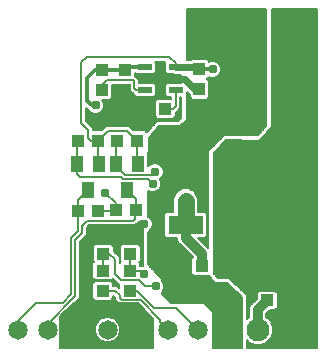
<source format=gtl>
G75*
G70*
%OFA0B0*%
%FSLAX24Y24*%
%IPPOS*%
%LPD*%
%AMOC8*
5,1,8,0,0,1.08239X$1,22.5*
%
%ADD10R,0.0433X0.0394*%
%ADD11R,0.0472X0.0217*%
%ADD12R,0.2638X0.2638*%
%ADD13R,0.1181X0.0630*%
%ADD14C,0.0760*%
%ADD15C,0.0650*%
%ADD16R,0.0394X0.0551*%
%ADD17R,0.0394X0.0433*%
%ADD18C,0.0060*%
%ADD19C,0.0240*%
%ADD20C,0.0310*%
%ADD21C,0.0120*%
%ADD22C,0.0396*%
%ADD23C,0.0320*%
%ADD24C,0.0560*%
%ADD25C,0.0475*%
D10*
X004535Y006380D03*
X004535Y007050D03*
X004555Y007620D03*
X004555Y008290D03*
X005455Y008290D03*
X005455Y007620D03*
X005435Y007050D03*
X005435Y006380D03*
X007841Y007205D03*
X008510Y007205D03*
X010021Y006055D03*
X010690Y006055D03*
X006620Y012445D03*
X005951Y012445D03*
X004508Y013070D03*
X004508Y013739D03*
D11*
X005944Y013829D03*
X005944Y013455D03*
X005944Y013081D03*
X006967Y013081D03*
X006967Y013829D03*
D12*
X009897Y009455D03*
D13*
X007298Y008570D03*
X007298Y010381D03*
D14*
X009575Y013785D03*
X010575Y013785D03*
X010696Y005086D03*
X009696Y005086D03*
D15*
X001695Y005085D03*
X002695Y005085D03*
X003695Y005085D03*
X004695Y005085D03*
X005695Y005085D03*
X006695Y005085D03*
X007695Y005085D03*
D16*
X005345Y009745D03*
X004971Y010611D03*
X004419Y010608D03*
X004045Y009742D03*
X003671Y010608D03*
X005719Y010611D03*
D17*
X005680Y011375D03*
X005011Y011375D03*
X004380Y011375D03*
X003711Y011375D03*
X003721Y009045D03*
X004390Y009045D03*
X004981Y009065D03*
X005650Y009065D03*
X005290Y013070D03*
X005290Y013739D03*
X007755Y013767D03*
X007755Y013098D03*
D18*
X008082Y013091D02*
X009987Y013091D01*
X009987Y013149D02*
X008082Y013149D01*
X008082Y013208D02*
X009987Y013208D01*
X009987Y013267D02*
X008082Y013267D01*
X008082Y013325D02*
X009987Y013325D01*
X009987Y013384D02*
X008066Y013384D01*
X008082Y013368D02*
X008017Y013433D01*
X008079Y013495D01*
X008139Y013470D01*
X008252Y013470D01*
X008357Y013513D01*
X008437Y013594D01*
X008480Y013698D01*
X008480Y013812D01*
X008437Y013916D01*
X008357Y013997D01*
X008252Y014040D01*
X008139Y014040D01*
X008082Y014016D01*
X008082Y014038D01*
X008006Y014114D01*
X007504Y014114D01*
X007469Y014079D01*
X007333Y014079D01*
X007330Y015775D01*
X009991Y015775D01*
X009985Y011875D01*
X009695Y011565D01*
X008585Y011575D01*
X008045Y011035D01*
X008061Y007789D01*
X007726Y008125D01*
X007943Y008125D01*
X008019Y008201D01*
X008019Y008938D01*
X007943Y009014D01*
X007708Y009014D01*
X007708Y009300D01*
X007708Y009464D01*
X007646Y009614D01*
X007528Y009733D01*
X007377Y009795D01*
X007214Y009795D01*
X007063Y009733D01*
X006948Y009617D01*
X006885Y009467D01*
X006885Y009303D01*
X006888Y009296D01*
X006888Y009014D01*
X006654Y009014D01*
X006578Y008938D01*
X006578Y008201D01*
X006654Y008125D01*
X007008Y008125D01*
X007008Y008084D01*
X007053Y007978D01*
X007134Y007896D01*
X007134Y007896D01*
X007534Y007496D01*
X007494Y007456D01*
X007494Y006954D01*
X007570Y006878D01*
X008071Y006878D01*
X008285Y006635D01*
X008685Y006635D01*
X009175Y006165D01*
X009175Y004485D01*
X008195Y004485D01*
X008195Y005685D01*
X007895Y005985D01*
X006795Y005985D01*
X006495Y006285D01*
X006495Y006312D01*
X006547Y006364D01*
X006590Y006468D01*
X006590Y006582D01*
X006547Y006686D01*
X006495Y006738D01*
X006495Y006785D01*
X006045Y007255D01*
X006051Y008343D01*
X006077Y008353D01*
X006157Y008434D01*
X006200Y008538D01*
X006200Y008652D01*
X006157Y008756D01*
X006077Y008837D01*
X006053Y008846D01*
X006057Y009694D01*
X006139Y009660D01*
X006252Y009660D01*
X006357Y009703D01*
X006437Y009784D01*
X006480Y009888D01*
X006480Y010002D01*
X006439Y010100D01*
X006447Y010103D01*
X006527Y010184D01*
X006570Y010288D01*
X006570Y010402D01*
X006527Y010506D01*
X006447Y010587D01*
X006342Y010630D01*
X006229Y010630D01*
X006124Y010587D01*
X006061Y010524D01*
X006065Y011475D01*
X006425Y011855D01*
X007115Y011865D01*
X007335Y012065D01*
X007334Y013003D01*
X007428Y012909D01*
X007428Y012828D01*
X007504Y012752D01*
X008006Y012752D01*
X008082Y012828D01*
X008082Y013368D01*
X008027Y013442D02*
X009988Y013442D01*
X009988Y013501D02*
X008326Y013501D01*
X008403Y013559D02*
X009988Y013559D01*
X009988Y013618D02*
X008447Y013618D01*
X008471Y013676D02*
X009988Y013676D01*
X009988Y013735D02*
X008480Y013735D01*
X008480Y013793D02*
X009988Y013793D01*
X009988Y013852D02*
X008464Y013852D01*
X008439Y013911D02*
X009988Y013911D01*
X009988Y013969D02*
X008384Y013969D01*
X008282Y014028D02*
X009988Y014028D01*
X009988Y014086D02*
X008033Y014086D01*
X008082Y014028D02*
X008109Y014028D01*
X008153Y013767D02*
X007755Y013767D01*
X007755Y013829D01*
X007476Y014086D02*
X007333Y014086D01*
X007333Y014145D02*
X009988Y014145D01*
X009989Y014203D02*
X007333Y014203D01*
X007332Y014262D02*
X009989Y014262D01*
X009989Y014320D02*
X007332Y014320D01*
X007332Y014379D02*
X009989Y014379D01*
X009989Y014437D02*
X007332Y014437D01*
X007332Y014496D02*
X009989Y014496D01*
X009989Y014554D02*
X007332Y014554D01*
X007332Y014613D02*
X009989Y014613D01*
X009989Y014672D02*
X007332Y014672D01*
X007332Y014730D02*
X009989Y014730D01*
X009989Y014789D02*
X007332Y014789D01*
X007332Y014847D02*
X009989Y014847D01*
X009989Y014906D02*
X007332Y014906D01*
X007332Y014964D02*
X009989Y014964D01*
X009990Y015023D02*
X007331Y015023D01*
X007331Y015081D02*
X009990Y015081D01*
X009990Y015140D02*
X007331Y015140D01*
X007331Y015198D02*
X009990Y015198D01*
X009990Y015257D02*
X007331Y015257D01*
X007331Y015316D02*
X009990Y015316D01*
X009990Y015374D02*
X007331Y015374D01*
X007331Y015433D02*
X009990Y015433D01*
X009990Y015491D02*
X007331Y015491D01*
X007331Y015550D02*
X009990Y015550D01*
X009990Y015608D02*
X007331Y015608D01*
X007331Y015667D02*
X009990Y015667D01*
X009991Y015725D02*
X007330Y015725D01*
X006755Y014175D02*
X003995Y014175D01*
X003815Y013995D01*
X003815Y011985D01*
X004055Y011745D01*
X004055Y011475D01*
X004145Y011385D01*
X004370Y011385D01*
X004380Y011375D01*
X004720Y011715D01*
X005340Y011715D01*
X005680Y011375D01*
X005680Y010647D01*
X005719Y010611D01*
X005685Y010574D01*
X006061Y010574D02*
X006111Y010574D01*
X006061Y010632D02*
X008047Y010632D01*
X008048Y010574D02*
X006460Y010574D01*
X006518Y010515D02*
X008048Y010515D01*
X008048Y010456D02*
X006548Y010456D01*
X006570Y010398D02*
X008048Y010398D01*
X008049Y010339D02*
X006570Y010339D01*
X006567Y010281D02*
X008049Y010281D01*
X008049Y010222D02*
X006543Y010222D01*
X006507Y010164D02*
X008050Y010164D01*
X008050Y010105D02*
X006449Y010105D01*
X006462Y010047D02*
X008050Y010047D01*
X008050Y009988D02*
X006480Y009988D01*
X006480Y009930D02*
X008051Y009930D01*
X008051Y009871D02*
X006473Y009871D01*
X006449Y009812D02*
X008051Y009812D01*
X008052Y009754D02*
X007476Y009754D01*
X007565Y009695D02*
X008052Y009695D01*
X008052Y009637D02*
X007623Y009637D01*
X007661Y009578D02*
X008052Y009578D01*
X008053Y009520D02*
X007685Y009520D01*
X007708Y009461D02*
X008053Y009461D01*
X008053Y009403D02*
X007708Y009403D01*
X007708Y009344D02*
X008054Y009344D01*
X008054Y009286D02*
X007708Y009286D01*
X007708Y009227D02*
X008054Y009227D01*
X008054Y009169D02*
X007708Y009169D01*
X007708Y009110D02*
X008055Y009110D01*
X008055Y009051D02*
X007708Y009051D01*
X007964Y008993D02*
X008055Y008993D01*
X008056Y008934D02*
X008019Y008934D01*
X008019Y008876D02*
X008056Y008876D01*
X008056Y008817D02*
X008019Y008817D01*
X008019Y008759D02*
X008056Y008759D01*
X008057Y008700D02*
X008019Y008700D01*
X008019Y008642D02*
X008057Y008642D01*
X008057Y008583D02*
X008019Y008583D01*
X008019Y008525D02*
X008058Y008525D01*
X008058Y008466D02*
X008019Y008466D01*
X008019Y008407D02*
X008058Y008407D01*
X008058Y008349D02*
X008019Y008349D01*
X008019Y008290D02*
X008059Y008290D01*
X008059Y008232D02*
X008019Y008232D01*
X007991Y008173D02*
X008059Y008173D01*
X008059Y008115D02*
X007736Y008115D01*
X007794Y008056D02*
X008060Y008056D01*
X008060Y007998D02*
X007853Y007998D01*
X007911Y007939D02*
X008060Y007939D01*
X008061Y007881D02*
X007970Y007881D01*
X008029Y007822D02*
X008061Y007822D01*
X008235Y007822D02*
X011685Y007822D01*
X011685Y007763D02*
X008235Y007763D01*
X008235Y007705D02*
X011685Y007705D01*
X011685Y007646D02*
X008235Y007646D01*
X008235Y007588D02*
X011685Y007588D01*
X011685Y007529D02*
X008235Y007529D01*
X008235Y007471D02*
X011685Y007471D01*
X011685Y007412D02*
X008235Y007412D01*
X008235Y007354D02*
X011685Y007354D01*
X011685Y007295D02*
X008235Y007295D01*
X008235Y007237D02*
X011685Y007237D01*
X011685Y007178D02*
X008235Y007178D01*
X008235Y007119D02*
X011685Y007119D01*
X011685Y007061D02*
X008235Y007061D01*
X008235Y007002D02*
X011685Y007002D01*
X011685Y006944D02*
X008257Y006944D01*
X008235Y006965D02*
X008235Y010985D01*
X008635Y011395D01*
X009745Y011375D01*
X010175Y011835D01*
X010181Y015775D01*
X011685Y015775D01*
X011685Y004485D01*
X009335Y004485D01*
X009337Y004725D01*
X009408Y004654D01*
X009595Y004576D01*
X009798Y004576D01*
X009985Y004654D01*
X010129Y004797D01*
X010206Y004985D01*
X010206Y005188D01*
X011685Y005188D01*
X011685Y005246D02*
X010182Y005246D01*
X010206Y005188D02*
X010129Y005375D01*
X009986Y005517D01*
X009986Y005611D01*
X010104Y005728D01*
X010291Y005728D01*
X010367Y005804D01*
X010367Y006306D01*
X010291Y006382D01*
X009750Y006382D01*
X009674Y006306D01*
X009674Y006119D01*
X009451Y005895D01*
X009406Y005788D01*
X009406Y005673D01*
X009406Y005517D01*
X009341Y005452D01*
X009345Y006235D01*
X008755Y006815D01*
X008385Y006815D01*
X008235Y006965D01*
X008315Y006885D02*
X011685Y006885D01*
X011685Y006827D02*
X008374Y006827D01*
X008220Y006710D02*
X006524Y006710D01*
X006495Y006768D02*
X008168Y006768D01*
X008117Y006827D02*
X006456Y006827D01*
X006399Y006885D02*
X007563Y006885D01*
X007505Y006944D02*
X006343Y006944D01*
X006287Y007002D02*
X007494Y007002D01*
X007494Y007061D02*
X006231Y007061D01*
X006175Y007119D02*
X007494Y007119D01*
X007494Y007178D02*
X006119Y007178D01*
X006063Y007237D02*
X007494Y007237D01*
X007494Y007295D02*
X006046Y007295D01*
X006046Y007354D02*
X007494Y007354D01*
X007494Y007412D02*
X006046Y007412D01*
X006046Y007471D02*
X007509Y007471D01*
X007501Y007529D02*
X006047Y007529D01*
X006047Y007588D02*
X007443Y007588D01*
X007384Y007646D02*
X006047Y007646D01*
X006048Y007705D02*
X007325Y007705D01*
X007267Y007763D02*
X006048Y007763D01*
X006048Y007822D02*
X007208Y007822D01*
X007150Y007881D02*
X006048Y007881D01*
X006049Y007939D02*
X007091Y007939D01*
X007044Y007998D02*
X006049Y007998D01*
X006049Y008056D02*
X007020Y008056D01*
X007008Y008115D02*
X006049Y008115D01*
X006050Y008173D02*
X006605Y008173D01*
X006578Y008232D02*
X006050Y008232D01*
X006050Y008290D02*
X006578Y008290D01*
X006578Y008349D02*
X006066Y008349D01*
X006131Y008407D02*
X006578Y008407D01*
X006578Y008466D02*
X006170Y008466D01*
X006195Y008525D02*
X006578Y008525D01*
X006578Y008583D02*
X006200Y008583D01*
X006200Y008642D02*
X006578Y008642D01*
X006578Y008700D02*
X006180Y008700D01*
X006155Y008759D02*
X006578Y008759D01*
X006578Y008817D02*
X006096Y008817D01*
X006053Y008876D02*
X006578Y008876D01*
X006578Y008934D02*
X006053Y008934D01*
X006054Y008993D02*
X006632Y008993D01*
X006888Y009051D02*
X006054Y009051D01*
X006054Y009110D02*
X006888Y009110D01*
X006888Y009169D02*
X006054Y009169D01*
X006055Y009227D02*
X006888Y009227D01*
X006888Y009286D02*
X006055Y009286D01*
X006055Y009344D02*
X006885Y009344D01*
X006885Y009403D02*
X006056Y009403D01*
X006056Y009461D02*
X006885Y009461D01*
X006907Y009520D02*
X006056Y009520D01*
X006056Y009578D02*
X006932Y009578D01*
X006967Y009637D02*
X006057Y009637D01*
X006195Y009945D02*
X006035Y010105D01*
X006034Y010110D01*
X006030Y010114D01*
X006025Y010115D01*
X005215Y010115D01*
X005155Y010175D01*
X003765Y010175D01*
X003671Y010269D01*
X003671Y010608D01*
X003671Y011336D01*
X003711Y011375D01*
X004122Y011905D02*
X003975Y012051D01*
X003975Y012486D01*
X004044Y012418D01*
X004054Y012394D01*
X004134Y012313D01*
X004239Y012270D01*
X004352Y012270D01*
X004457Y012313D01*
X004537Y012394D01*
X004580Y012498D01*
X004580Y012612D01*
X004537Y012716D01*
X004510Y012743D01*
X004778Y012743D01*
X004854Y012819D01*
X004854Y013245D01*
X005425Y013245D01*
X005425Y013211D01*
X005425Y013079D01*
X005485Y013019D01*
X005577Y012927D01*
X005577Y012919D01*
X005654Y012843D01*
X006234Y012843D01*
X006310Y012919D01*
X006310Y013243D01*
X006234Y013319D01*
X005745Y013319D01*
X005745Y013421D01*
X005652Y013515D01*
X005616Y013550D01*
X005616Y013628D01*
X005654Y013591D01*
X006234Y013591D01*
X006310Y013667D01*
X006310Y013991D01*
X006286Y014015D01*
X006625Y014015D01*
X006601Y013991D01*
X006601Y013667D01*
X006677Y013591D01*
X006889Y013591D01*
X006918Y013579D01*
X007155Y013579D01*
X007155Y013319D01*
X006677Y013319D01*
X006601Y013243D01*
X006601Y012919D01*
X006677Y012843D01*
X006805Y012843D01*
X006805Y012772D01*
X006350Y012772D01*
X006274Y012696D01*
X006274Y012194D01*
X006350Y012118D01*
X006890Y012118D01*
X006967Y012194D01*
X006967Y012310D01*
X007032Y012375D01*
X007125Y012469D01*
X007125Y012843D01*
X007155Y012843D01*
X007155Y012135D01*
X007055Y012035D01*
X006345Y012035D01*
X005996Y011656D01*
X005931Y011722D01*
X005560Y011722D01*
X005500Y011781D01*
X005406Y011875D01*
X004786Y011875D01*
X004654Y011875D01*
X004500Y011722D01*
X004215Y011722D01*
X004215Y011811D01*
X004122Y011905D01*
X004107Y011920D02*
X006240Y011920D01*
X006294Y011979D02*
X004048Y011979D01*
X003990Y012037D02*
X007058Y012037D01*
X007116Y012096D02*
X003975Y012096D01*
X003975Y012154D02*
X006314Y012154D01*
X006274Y012213D02*
X003975Y012213D01*
X003975Y012271D02*
X004236Y012271D01*
X004355Y012271D02*
X006274Y012271D01*
X006274Y012330D02*
X004473Y012330D01*
X004532Y012388D02*
X006274Y012388D01*
X006274Y012447D02*
X004559Y012447D01*
X004580Y012505D02*
X006274Y012505D01*
X006274Y012564D02*
X004580Y012564D01*
X004576Y012623D02*
X006274Y012623D01*
X006274Y012681D02*
X004552Y012681D01*
X004514Y012740D02*
X006317Y012740D01*
X006248Y012857D02*
X006663Y012857D01*
X006605Y012915D02*
X006306Y012915D01*
X006310Y012974D02*
X006601Y012974D01*
X006601Y013032D02*
X006310Y013032D01*
X006310Y013091D02*
X006601Y013091D01*
X006601Y013149D02*
X006310Y013149D01*
X006310Y013208D02*
X006601Y013208D01*
X006624Y013267D02*
X006286Y013267D01*
X006435Y013425D02*
X006435Y012825D01*
X005951Y012825D01*
X005951Y012445D01*
X005290Y012445D01*
X005290Y013070D01*
X005425Y013091D02*
X004854Y013091D01*
X004854Y013149D02*
X005425Y013149D01*
X005425Y013208D02*
X004854Y013208D01*
X004854Y013032D02*
X005472Y013032D01*
X005530Y012974D02*
X004854Y012974D01*
X004854Y012915D02*
X005581Y012915D01*
X005640Y012857D02*
X004854Y012857D01*
X004834Y012798D02*
X006805Y012798D01*
X006965Y012535D02*
X006965Y013079D01*
X006967Y013081D01*
X007155Y013325D02*
X005745Y013325D01*
X005745Y013384D02*
X007155Y013384D01*
X007155Y013442D02*
X005725Y013442D01*
X005666Y013501D02*
X007155Y013501D01*
X007155Y013559D02*
X005616Y013559D01*
X005616Y013618D02*
X005626Y013618D01*
X005535Y013405D02*
X005585Y013355D01*
X005585Y013145D01*
X005645Y013085D01*
X005940Y013085D01*
X005944Y013081D01*
X005942Y013080D01*
X005944Y013455D02*
X006435Y013455D01*
X006435Y013425D01*
X006261Y013618D02*
X006650Y013618D01*
X006601Y013676D02*
X006310Y013676D01*
X006310Y013735D02*
X006601Y013735D01*
X006601Y013793D02*
X006310Y013793D01*
X006310Y013852D02*
X006601Y013852D01*
X006601Y013911D02*
X006310Y013911D01*
X006310Y013969D02*
X006601Y013969D01*
X006755Y014175D02*
X006967Y013963D01*
X006967Y013829D01*
X007334Y012974D02*
X007363Y012974D01*
X007334Y012915D02*
X007422Y012915D01*
X007428Y012857D02*
X007334Y012857D01*
X007334Y012798D02*
X007457Y012798D01*
X007335Y012740D02*
X009987Y012740D01*
X009987Y012798D02*
X008052Y012798D01*
X008082Y012857D02*
X009987Y012857D01*
X009987Y012915D02*
X008082Y012915D01*
X008082Y012974D02*
X009987Y012974D01*
X009987Y013032D02*
X008082Y013032D01*
X008195Y013755D02*
X008153Y013767D01*
X007335Y012681D02*
X009986Y012681D01*
X009986Y012623D02*
X007335Y012623D01*
X007335Y012564D02*
X009986Y012564D01*
X009986Y012505D02*
X007335Y012505D01*
X007335Y012447D02*
X009986Y012447D01*
X009986Y012388D02*
X007335Y012388D01*
X007335Y012330D02*
X009986Y012330D01*
X009986Y012271D02*
X007335Y012271D01*
X007335Y012213D02*
X009986Y012213D01*
X009986Y012154D02*
X007335Y012154D01*
X007335Y012096D02*
X009986Y012096D01*
X009986Y012037D02*
X007305Y012037D01*
X007240Y011979D02*
X009986Y011979D01*
X009986Y011920D02*
X007176Y011920D01*
X007155Y012154D02*
X006926Y012154D01*
X006967Y012213D02*
X007155Y012213D01*
X007155Y012271D02*
X006967Y012271D01*
X006986Y012330D02*
X007155Y012330D01*
X007155Y012388D02*
X007045Y012388D01*
X007104Y012447D02*
X007155Y012447D01*
X007155Y012505D02*
X007125Y012505D01*
X007125Y012564D02*
X007155Y012564D01*
X007155Y012623D02*
X007125Y012623D01*
X007125Y012681D02*
X007155Y012681D01*
X007155Y012740D02*
X007125Y012740D01*
X007125Y012798D02*
X007155Y012798D01*
X006965Y012535D02*
X006875Y012445D01*
X006620Y012445D01*
X006871Y011861D02*
X009973Y011861D01*
X009918Y011803D02*
X006376Y011803D01*
X006321Y011744D02*
X009863Y011744D01*
X009808Y011686D02*
X006265Y011686D01*
X006210Y011627D02*
X009754Y011627D01*
X009699Y011569D02*
X009280Y011569D01*
X009762Y011393D02*
X011685Y011393D01*
X011685Y011335D02*
X008576Y011335D01*
X008519Y011276D02*
X011685Y011276D01*
X011685Y011218D02*
X008462Y011218D01*
X008405Y011159D02*
X011685Y011159D01*
X011685Y011100D02*
X008348Y011100D01*
X008291Y011042D02*
X011685Y011042D01*
X011685Y010983D02*
X008235Y010983D01*
X008235Y010925D02*
X011685Y010925D01*
X011685Y010866D02*
X008235Y010866D01*
X008235Y010808D02*
X011685Y010808D01*
X011685Y010749D02*
X008235Y010749D01*
X008235Y010691D02*
X011685Y010691D01*
X011685Y010632D02*
X008235Y010632D01*
X008235Y010574D02*
X011685Y010574D01*
X011685Y010515D02*
X008235Y010515D01*
X008235Y010456D02*
X011685Y010456D01*
X011685Y010398D02*
X008235Y010398D01*
X008235Y010339D02*
X011685Y010339D01*
X011685Y010281D02*
X008235Y010281D01*
X008235Y010222D02*
X011685Y010222D01*
X011685Y010164D02*
X008235Y010164D01*
X008235Y010105D02*
X011685Y010105D01*
X011685Y010047D02*
X008235Y010047D01*
X008235Y009988D02*
X011685Y009988D01*
X011685Y009930D02*
X008235Y009930D01*
X008235Y009871D02*
X011685Y009871D01*
X011685Y009812D02*
X008235Y009812D01*
X008235Y009754D02*
X011685Y009754D01*
X011685Y009695D02*
X008235Y009695D01*
X008235Y009637D02*
X011685Y009637D01*
X011685Y009578D02*
X008235Y009578D01*
X008235Y009520D02*
X011685Y009520D01*
X011685Y009461D02*
X008235Y009461D01*
X008235Y009403D02*
X011685Y009403D01*
X011685Y009344D02*
X008235Y009344D01*
X008235Y009286D02*
X011685Y009286D01*
X011685Y009227D02*
X008235Y009227D01*
X008235Y009169D02*
X011685Y009169D01*
X011685Y009110D02*
X008235Y009110D01*
X008235Y009051D02*
X011685Y009051D01*
X011685Y008993D02*
X008235Y008993D01*
X008235Y008934D02*
X011685Y008934D01*
X011685Y008876D02*
X008235Y008876D01*
X008235Y008817D02*
X011685Y008817D01*
X011685Y008759D02*
X008235Y008759D01*
X008235Y008700D02*
X011685Y008700D01*
X011685Y008642D02*
X008235Y008642D01*
X008235Y008583D02*
X011685Y008583D01*
X011685Y008525D02*
X008235Y008525D01*
X008235Y008466D02*
X011685Y008466D01*
X011685Y008407D02*
X008235Y008407D01*
X008235Y008349D02*
X011685Y008349D01*
X011685Y008290D02*
X008235Y008290D01*
X008235Y008232D02*
X011685Y008232D01*
X011685Y008173D02*
X008235Y008173D01*
X008235Y008115D02*
X011685Y008115D01*
X011685Y008056D02*
X008235Y008056D01*
X008235Y007998D02*
X011685Y007998D01*
X011685Y007939D02*
X008235Y007939D01*
X008235Y007881D02*
X011685Y007881D01*
X011685Y006768D02*
X008803Y006768D01*
X008863Y006710D02*
X011685Y006710D01*
X011685Y006651D02*
X008922Y006651D01*
X008982Y006593D02*
X011685Y006593D01*
X011685Y006534D02*
X009041Y006534D01*
X009101Y006476D02*
X011685Y006476D01*
X011685Y006417D02*
X009160Y006417D01*
X009220Y006358D02*
X009727Y006358D01*
X009674Y006300D02*
X009279Y006300D01*
X009339Y006241D02*
X009674Y006241D01*
X009674Y006183D02*
X009345Y006183D01*
X009345Y006124D02*
X009674Y006124D01*
X009621Y006066D02*
X009344Y006066D01*
X009344Y006007D02*
X009563Y006007D01*
X009504Y005949D02*
X009344Y005949D01*
X009343Y005890D02*
X009449Y005890D01*
X009424Y005832D02*
X009343Y005832D01*
X009343Y005773D02*
X009406Y005773D01*
X009406Y005714D02*
X009342Y005714D01*
X009342Y005656D02*
X009406Y005656D01*
X009406Y005597D02*
X009342Y005597D01*
X009341Y005539D02*
X009406Y005539D01*
X009369Y005480D02*
X009341Y005480D01*
X009175Y005480D02*
X008195Y005480D01*
X008195Y005422D02*
X009175Y005422D01*
X009175Y005363D02*
X008195Y005363D01*
X008195Y005305D02*
X009175Y005305D01*
X009175Y005246D02*
X008195Y005246D01*
X008195Y005188D02*
X009175Y005188D01*
X009175Y005129D02*
X008195Y005129D01*
X008195Y005070D02*
X009175Y005070D01*
X009175Y005012D02*
X008195Y005012D01*
X008195Y004953D02*
X009175Y004953D01*
X009175Y004895D02*
X008195Y004895D01*
X008195Y004836D02*
X009175Y004836D01*
X009175Y004778D02*
X008195Y004778D01*
X008195Y004719D02*
X009175Y004719D01*
X009175Y004661D02*
X008195Y004661D01*
X008195Y004602D02*
X009175Y004602D01*
X009175Y004544D02*
X008195Y004544D01*
X008195Y004485D02*
X009175Y004485D01*
X009335Y004485D02*
X011685Y004485D01*
X011685Y004544D02*
X009336Y004544D01*
X009336Y004602D02*
X009532Y004602D01*
X009401Y004661D02*
X009336Y004661D01*
X009337Y004719D02*
X009342Y004719D01*
X009175Y005539D02*
X008195Y005539D01*
X008195Y005597D02*
X009175Y005597D01*
X009175Y005656D02*
X008195Y005656D01*
X008166Y005714D02*
X009175Y005714D01*
X009175Y005773D02*
X008107Y005773D01*
X008049Y005832D02*
X009175Y005832D01*
X009175Y005890D02*
X007990Y005890D01*
X007932Y005949D02*
X009175Y005949D01*
X009175Y006007D02*
X006773Y006007D01*
X006715Y006066D02*
X009175Y006066D01*
X009175Y006124D02*
X006656Y006124D01*
X006598Y006183D02*
X009157Y006183D01*
X009096Y006241D02*
X006539Y006241D01*
X006495Y006300D02*
X009035Y006300D01*
X008974Y006358D02*
X006542Y006358D01*
X006569Y006417D02*
X008913Y006417D01*
X008852Y006476D02*
X006590Y006476D01*
X006590Y006534D02*
X008791Y006534D01*
X008730Y006593D02*
X006586Y006593D01*
X006562Y006651D02*
X008271Y006651D01*
X006975Y005805D02*
X007695Y005085D01*
X006975Y005805D02*
X006245Y005805D01*
X005670Y006380D01*
X005435Y006380D01*
X005165Y006075D02*
X005795Y006075D01*
X006455Y005415D01*
X006455Y005325D01*
X006695Y005085D01*
X006215Y005070D02*
X005110Y005070D01*
X005110Y005012D02*
X006215Y005012D01*
X006215Y004953D02*
X005090Y004953D01*
X005110Y005002D02*
X005047Y004850D01*
X004930Y004733D01*
X004778Y004670D01*
X004613Y004670D01*
X004460Y004733D01*
X004344Y004850D01*
X004281Y005002D01*
X004281Y005168D01*
X004344Y005320D01*
X004460Y005437D01*
X004613Y005500D01*
X004778Y005500D01*
X004930Y005437D01*
X005047Y005320D01*
X005110Y005168D01*
X005110Y005002D01*
X005066Y004895D02*
X006215Y004895D01*
X006215Y004836D02*
X005033Y004836D01*
X004975Y004778D02*
X006215Y004778D01*
X006215Y004719D02*
X004896Y004719D01*
X005110Y005129D02*
X006215Y005129D01*
X006215Y005188D02*
X005102Y005188D01*
X005078Y005246D02*
X006215Y005246D01*
X006215Y005305D02*
X005053Y005305D01*
X005004Y005363D02*
X006215Y005363D01*
X006215Y005422D02*
X004945Y005422D01*
X004825Y005480D02*
X006180Y005480D01*
X006215Y005445D02*
X005705Y005955D01*
X005116Y005955D01*
X005086Y005985D01*
X003565Y005985D01*
X003125Y005545D01*
X003125Y004485D01*
X006215Y004485D01*
X003125Y004485D01*
X003125Y004544D02*
X006215Y004544D01*
X006215Y004602D02*
X003125Y004602D01*
X003125Y004661D02*
X006215Y004661D01*
X006215Y004485D02*
X006215Y005445D01*
X006122Y005539D02*
X003125Y005539D01*
X003125Y005480D02*
X004566Y005480D01*
X004446Y005422D02*
X003125Y005422D01*
X003125Y005363D02*
X004387Y005363D01*
X004337Y005305D02*
X003125Y005305D01*
X003125Y005246D02*
X004313Y005246D01*
X004289Y005188D02*
X003125Y005188D01*
X003125Y005129D02*
X004281Y005129D01*
X004281Y005070D02*
X003125Y005070D01*
X003125Y005012D02*
X004281Y005012D01*
X004301Y004953D02*
X003125Y004953D01*
X003125Y004895D02*
X004325Y004895D01*
X004358Y004836D02*
X003125Y004836D01*
X003125Y004778D02*
X004416Y004778D01*
X004495Y004719D02*
X003125Y004719D01*
X003177Y005597D02*
X006063Y005597D01*
X006005Y005656D02*
X003236Y005656D01*
X003294Y005714D02*
X005946Y005714D01*
X005887Y005773D02*
X003353Y005773D01*
X003412Y005832D02*
X005829Y005832D01*
X005779Y005865D02*
X005729Y005915D01*
X005099Y005915D01*
X005005Y006009D01*
X004945Y006069D01*
X004945Y006159D01*
X004884Y006220D01*
X004882Y006220D01*
X004882Y006130D01*
X004806Y006054D01*
X004265Y006054D01*
X004189Y006130D01*
X004189Y006631D01*
X004265Y006707D01*
X004806Y006707D01*
X004882Y006631D01*
X004882Y006540D01*
X004884Y006540D01*
X005016Y006540D01*
X005089Y006468D01*
X005089Y006575D01*
X005079Y006575D01*
X004985Y006669D01*
X004869Y006786D01*
X004806Y006723D01*
X004265Y006723D01*
X004189Y006799D01*
X004189Y007300D01*
X004234Y007345D01*
X004209Y007370D01*
X004209Y007871D01*
X004285Y007947D01*
X004826Y007947D01*
X004902Y007871D01*
X004902Y007705D01*
X005109Y007705D01*
X005109Y007763D02*
X004902Y007763D01*
X004902Y007705D02*
X005012Y007595D01*
X005012Y007595D01*
X005105Y007501D01*
X005105Y007317D01*
X005134Y007345D01*
X005109Y007370D01*
X005109Y007871D01*
X005185Y007947D01*
X005726Y007947D01*
X005802Y007871D01*
X005802Y007370D01*
X005757Y007325D01*
X005782Y007300D01*
X005782Y007210D01*
X005814Y007210D01*
X005839Y007220D01*
X005878Y007220D01*
X005880Y008719D01*
X005775Y008719D01*
X005775Y008709D01*
X005715Y008649D01*
X005622Y008555D01*
X004092Y008555D01*
X004005Y008469D01*
X004005Y008361D01*
X004005Y008229D01*
X003765Y007989D01*
X003765Y006261D01*
X003765Y006129D01*
X003545Y005909D01*
X003545Y005865D01*
X005779Y005865D01*
X005770Y005890D02*
X003470Y005890D01*
X003545Y005890D02*
X005754Y005890D01*
X005712Y005949D02*
X003529Y005949D01*
X003585Y005949D02*
X005066Y005949D01*
X005007Y006007D02*
X003644Y006007D01*
X003702Y006066D02*
X004253Y006066D01*
X004194Y006124D02*
X003761Y006124D01*
X003765Y006183D02*
X004189Y006183D01*
X004189Y006241D02*
X003765Y006241D01*
X003765Y006300D02*
X004189Y006300D01*
X004189Y006358D02*
X003765Y006358D01*
X003765Y006417D02*
X004189Y006417D01*
X004189Y006476D02*
X003765Y006476D01*
X003765Y006534D02*
X004189Y006534D01*
X004189Y006593D02*
X003765Y006593D01*
X003765Y006651D02*
X004209Y006651D01*
X004220Y006768D02*
X003765Y006768D01*
X003765Y006710D02*
X004944Y006710D01*
X004886Y006768D02*
X004851Y006768D01*
X004862Y006651D02*
X005003Y006651D01*
X005062Y006593D02*
X004882Y006593D01*
X005023Y006534D02*
X005089Y006534D01*
X005081Y006476D02*
X005089Y006476D01*
X004950Y006380D02*
X005105Y006225D01*
X005105Y006135D01*
X005165Y006075D01*
X004948Y006066D02*
X004818Y006066D01*
X004876Y006124D02*
X004945Y006124D01*
X004921Y006183D02*
X004882Y006183D01*
X004950Y006380D02*
X004535Y006380D01*
X004189Y006827D02*
X003765Y006827D01*
X003765Y006885D02*
X004189Y006885D01*
X004189Y006944D02*
X003765Y006944D01*
X003765Y007002D02*
X004189Y007002D01*
X004189Y007061D02*
X003765Y007061D01*
X003765Y007119D02*
X004189Y007119D01*
X004189Y007178D02*
X003765Y007178D01*
X003765Y007237D02*
X004189Y007237D01*
X004189Y007295D02*
X003765Y007295D01*
X003765Y007354D02*
X004225Y007354D01*
X004209Y007412D02*
X003765Y007412D01*
X003765Y007471D02*
X004209Y007471D01*
X004209Y007529D02*
X003765Y007529D01*
X003765Y007588D02*
X004209Y007588D01*
X004209Y007646D02*
X003765Y007646D01*
X003765Y007705D02*
X004209Y007705D01*
X004209Y007763D02*
X003765Y007763D01*
X003765Y007822D02*
X004209Y007822D01*
X004218Y007881D02*
X003765Y007881D01*
X003765Y007939D02*
X004277Y007939D01*
X004005Y008232D02*
X005880Y008232D01*
X005880Y008290D02*
X004005Y008290D01*
X004005Y008349D02*
X005880Y008349D01*
X005880Y008407D02*
X004005Y008407D01*
X004005Y008466D02*
X005880Y008466D01*
X005880Y008525D02*
X004061Y008525D01*
X004025Y008715D02*
X003845Y008535D01*
X003845Y008295D01*
X003605Y008055D01*
X003605Y006195D01*
X002695Y005285D01*
X002695Y005085D01*
X002305Y005985D02*
X002285Y005985D01*
X002305Y005985D02*
X001695Y005375D01*
X001695Y005085D01*
X002305Y005985D02*
X003215Y005985D01*
X003485Y006255D01*
X003485Y008134D01*
X003721Y008370D01*
X003721Y009045D01*
X003721Y009417D01*
X004045Y009742D01*
X004419Y010371D02*
X004419Y010608D01*
X004385Y010642D01*
X004385Y011205D01*
X004380Y011210D01*
X004380Y011375D01*
X004523Y011744D02*
X004215Y011744D01*
X004215Y011803D02*
X004582Y011803D01*
X004640Y011861D02*
X004165Y011861D01*
X004118Y012330D02*
X003975Y012330D01*
X003975Y012388D02*
X004059Y012388D01*
X004015Y012447D02*
X003975Y012447D01*
X004508Y013070D02*
X004508Y013238D01*
X004675Y013405D01*
X005535Y013405D01*
X005290Y013739D02*
X005289Y013739D01*
X005940Y013825D02*
X005944Y013829D01*
X006186Y011861D02*
X005420Y011861D01*
X005478Y011803D02*
X006132Y011803D01*
X006078Y011744D02*
X005537Y011744D01*
X005966Y011686D02*
X006024Y011686D01*
X006154Y011569D02*
X008579Y011569D01*
X008521Y011510D02*
X006099Y011510D01*
X006065Y011452D02*
X008462Y011452D01*
X008404Y011393D02*
X006065Y011393D01*
X006065Y011335D02*
X008345Y011335D01*
X008286Y011276D02*
X006064Y011276D01*
X006064Y011218D02*
X008228Y011218D01*
X008169Y011159D02*
X006064Y011159D01*
X006064Y011100D02*
X008111Y011100D01*
X008052Y011042D02*
X006063Y011042D01*
X006063Y010983D02*
X008046Y010983D01*
X008046Y010925D02*
X006063Y010925D01*
X006063Y010866D02*
X008046Y010866D01*
X008046Y010808D02*
X006062Y010808D01*
X006062Y010749D02*
X008047Y010749D01*
X008047Y010691D02*
X006062Y010691D01*
X006285Y010345D02*
X006175Y010235D01*
X005265Y010235D01*
X005145Y010355D01*
X004971Y010611D01*
X004971Y011336D01*
X005011Y011375D01*
X005345Y009745D02*
X005650Y009440D01*
X005650Y009065D01*
X005615Y009030D01*
X005615Y008775D01*
X005555Y008715D01*
X004025Y008715D01*
X003950Y008173D02*
X005879Y008173D01*
X005879Y008115D02*
X003891Y008115D01*
X003833Y008056D02*
X005879Y008056D01*
X005879Y007998D02*
X003774Y007998D01*
X004390Y009045D02*
X004961Y009045D01*
X004981Y009065D01*
X004981Y009290D01*
X004625Y009645D01*
X004555Y008290D02*
X005455Y008290D01*
X005650Y008583D02*
X005880Y008583D01*
X005915Y008595D02*
X005765Y008595D01*
X005708Y008642D02*
X005880Y008642D01*
X005880Y008700D02*
X005767Y008700D01*
X005734Y007939D02*
X005879Y007939D01*
X005879Y007881D02*
X005792Y007881D01*
X005802Y007822D02*
X005879Y007822D01*
X005879Y007763D02*
X005802Y007763D01*
X005802Y007705D02*
X005879Y007705D01*
X005879Y007646D02*
X005802Y007646D01*
X005802Y007588D02*
X005878Y007588D01*
X005878Y007529D02*
X005802Y007529D01*
X005802Y007471D02*
X005878Y007471D01*
X005878Y007412D02*
X005802Y007412D01*
X005786Y007354D02*
X005878Y007354D01*
X005878Y007295D02*
X005782Y007295D01*
X005782Y007237D02*
X005878Y007237D01*
X005781Y007050D02*
X005895Y006935D01*
X005781Y007050D02*
X005435Y007050D01*
X005435Y007600D01*
X005455Y007620D01*
X005177Y007939D02*
X004834Y007939D01*
X004892Y007881D02*
X005118Y007881D01*
X005109Y007822D02*
X004902Y007822D01*
X004960Y007646D02*
X005109Y007646D01*
X005109Y007588D02*
X005019Y007588D01*
X005077Y007529D02*
X005109Y007529D01*
X005105Y007471D02*
X005109Y007471D01*
X005105Y007412D02*
X005109Y007412D01*
X005105Y007354D02*
X005125Y007354D01*
X004945Y007435D02*
X004945Y006935D01*
X005145Y006735D01*
X005735Y006735D01*
X005945Y006525D01*
X006305Y006525D01*
X004945Y007435D02*
X004760Y007620D01*
X004555Y007620D01*
X004535Y007600D01*
X004535Y007050D01*
X006337Y009695D02*
X007026Y009695D01*
X007115Y009754D02*
X006407Y009754D01*
X008634Y011393D02*
X008740Y011393D01*
X009817Y011452D02*
X011685Y011452D01*
X011685Y011510D02*
X009872Y011510D01*
X009927Y011569D02*
X011685Y011569D01*
X011685Y011627D02*
X009981Y011627D01*
X010036Y011686D02*
X011685Y011686D01*
X011685Y011744D02*
X010091Y011744D01*
X010145Y011803D02*
X011685Y011803D01*
X011685Y011861D02*
X010175Y011861D01*
X010176Y011920D02*
X011685Y011920D01*
X011685Y011979D02*
X010176Y011979D01*
X010176Y012037D02*
X011685Y012037D01*
X011685Y012096D02*
X010176Y012096D01*
X010176Y012154D02*
X011685Y012154D01*
X011685Y012213D02*
X010176Y012213D01*
X010176Y012271D02*
X011685Y012271D01*
X011685Y012330D02*
X010176Y012330D01*
X010176Y012388D02*
X011685Y012388D01*
X011685Y012447D02*
X010176Y012447D01*
X010176Y012505D02*
X011685Y012505D01*
X011685Y012564D02*
X010176Y012564D01*
X010176Y012623D02*
X011685Y012623D01*
X011685Y012681D02*
X010176Y012681D01*
X010177Y012740D02*
X011685Y012740D01*
X011685Y012798D02*
X010177Y012798D01*
X010177Y012857D02*
X011685Y012857D01*
X011685Y012915D02*
X010177Y012915D01*
X010177Y012974D02*
X011685Y012974D01*
X011685Y013032D02*
X010177Y013032D01*
X010177Y013091D02*
X011685Y013091D01*
X011685Y013149D02*
X010177Y013149D01*
X010177Y013208D02*
X011685Y013208D01*
X011685Y013267D02*
X010177Y013267D01*
X010177Y013325D02*
X011685Y013325D01*
X011685Y013384D02*
X010177Y013384D01*
X010178Y013442D02*
X011685Y013442D01*
X011685Y013501D02*
X010178Y013501D01*
X010178Y013559D02*
X011685Y013559D01*
X011685Y013618D02*
X010178Y013618D01*
X010178Y013676D02*
X011685Y013676D01*
X011685Y013735D02*
X010178Y013735D01*
X010178Y013793D02*
X011685Y013793D01*
X011685Y013852D02*
X010178Y013852D01*
X010178Y013911D02*
X011685Y013911D01*
X011685Y013969D02*
X010178Y013969D01*
X010178Y014028D02*
X011685Y014028D01*
X011685Y014086D02*
X010178Y014086D01*
X010178Y014145D02*
X011685Y014145D01*
X011685Y014203D02*
X010179Y014203D01*
X010179Y014262D02*
X011685Y014262D01*
X011685Y014320D02*
X010179Y014320D01*
X010179Y014379D02*
X011685Y014379D01*
X011685Y014437D02*
X010179Y014437D01*
X010179Y014496D02*
X011685Y014496D01*
X011685Y014554D02*
X010179Y014554D01*
X010179Y014613D02*
X011685Y014613D01*
X011685Y014672D02*
X010179Y014672D01*
X010179Y014730D02*
X011685Y014730D01*
X011685Y014789D02*
X010179Y014789D01*
X010179Y014847D02*
X011685Y014847D01*
X011685Y014906D02*
X010179Y014906D01*
X010179Y014964D02*
X011685Y014964D01*
X011685Y015023D02*
X010180Y015023D01*
X010180Y015081D02*
X011685Y015081D01*
X011685Y015140D02*
X010180Y015140D01*
X010180Y015198D02*
X011685Y015198D01*
X011685Y015257D02*
X010180Y015257D01*
X010180Y015316D02*
X011685Y015316D01*
X011685Y015374D02*
X010180Y015374D01*
X010180Y015433D02*
X011685Y015433D01*
X011685Y015491D02*
X010180Y015491D01*
X010180Y015550D02*
X011685Y015550D01*
X011685Y015608D02*
X010180Y015608D01*
X010180Y015667D02*
X011685Y015667D01*
X011685Y015725D02*
X010180Y015725D01*
X010315Y006358D02*
X011685Y006358D01*
X011685Y006300D02*
X010367Y006300D01*
X010367Y006241D02*
X011685Y006241D01*
X011685Y006183D02*
X010367Y006183D01*
X010367Y006124D02*
X011685Y006124D01*
X011685Y006066D02*
X010367Y006066D01*
X010367Y006007D02*
X011685Y006007D01*
X011685Y005949D02*
X010367Y005949D01*
X010367Y005890D02*
X011685Y005890D01*
X011685Y005832D02*
X010367Y005832D01*
X010336Y005773D02*
X011685Y005773D01*
X011685Y005714D02*
X010090Y005714D01*
X010032Y005656D02*
X011685Y005656D01*
X011685Y005597D02*
X009986Y005597D01*
X009986Y005539D02*
X011685Y005539D01*
X011685Y005480D02*
X010023Y005480D01*
X010082Y005422D02*
X011685Y005422D01*
X011685Y005363D02*
X010134Y005363D01*
X010158Y005305D02*
X011685Y005305D01*
X011685Y005129D02*
X010206Y005129D01*
X010206Y005070D02*
X011685Y005070D01*
X011685Y005012D02*
X010206Y005012D01*
X010193Y004953D02*
X011685Y004953D01*
X011685Y004895D02*
X010169Y004895D01*
X010145Y004836D02*
X011685Y004836D01*
X011685Y004778D02*
X010109Y004778D01*
X010051Y004719D02*
X011685Y004719D01*
X011685Y004661D02*
X009992Y004661D01*
X009861Y004602D02*
X011685Y004602D01*
D19*
X007755Y013098D02*
X007592Y013098D01*
X007265Y013425D01*
X006435Y013425D01*
X006967Y013829D02*
X007693Y013829D01*
X007755Y013767D01*
D20*
X008195Y013755D03*
X008885Y010515D03*
X009305Y010515D03*
X009695Y010515D03*
X010115Y010515D03*
X010115Y009795D03*
X009695Y009795D03*
X009305Y009795D03*
X008885Y009795D03*
X008885Y009075D03*
X009305Y009075D03*
X009695Y009075D03*
X010115Y009075D03*
X010115Y008355D03*
X009695Y008355D03*
X009305Y008355D03*
X008885Y008355D03*
X006305Y006525D03*
X005895Y006935D03*
X005915Y008595D03*
X006195Y009945D03*
X006285Y010345D03*
X005405Y012105D03*
X004295Y012555D03*
X004625Y009645D03*
D21*
X004295Y012555D02*
X004175Y012555D01*
X004025Y012705D01*
X004025Y013485D01*
X004279Y013739D01*
X004508Y013739D01*
X004508Y013739D01*
X005290Y013739D01*
X005379Y013829D01*
X005944Y013829D01*
X007755Y013767D02*
X007767Y013755D01*
X008195Y013755D01*
D22*
X008655Y005315D03*
X008885Y004915D03*
X008415Y004915D03*
D23*
X009696Y005086D02*
X009696Y005731D01*
X010021Y006055D01*
X007841Y007205D02*
X007835Y007210D01*
X007835Y007605D01*
X007298Y008142D01*
X007298Y008570D01*
D24*
X007298Y009382D01*
X007295Y009385D01*
D25*
X007295Y009385D03*
M02*

</source>
